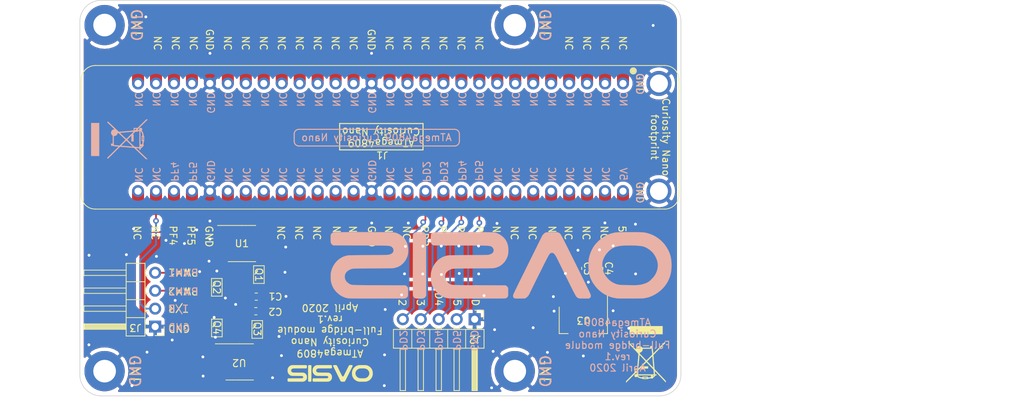
<source format=kicad_pcb>
(kicad_pcb (version 20171130) (host pcbnew "(5.1.5-0-10_14)")
  (layers (0 F.Cu signal) (31 B.Cu signal) (34 B.Paste user) (35 F.Paste user) (36 B.SilkS user) (37 F.SilkS user) (38 B.Mask user) (39 F.Mask user) (44 Edge.Cuts user))
  (net 0 "")
  (net 1 "Net-(C1-Pad2)")
  (net 2 +3V3)
  (net 3 "Net-(C2-Pad2)")
  (net 4 +5V)
  (net 5 "Net-(J1-Pad28)")
  (net 6 "Net-(J1-Pad27)")
  (net 7 "Net-(J1-Pad26)")
  (net 8 "Net-(J1-Pad25)")
  (net 9 Earth)
  (net 10 "Net-(J1-Pad23)")
  (net 11 "Net-(J1-Pad22)")
  (net 12 "Net-(J1-Pad21)")
  (net 13 "Net-(J1-Pad20)")
  (net 14 "Net-(J1-Pad19)")
  (net 15 "Net-(J1-Pad18)")
  (net 16 "Net-(J1-Pad17)")
  (net 17 "Net-(J1-Pad16)")
  (net 18 "Net-(J1-Pad14)")
  (net 19 "Net-(J1-Pad13)")
  (net 20 "Net-(J1-Pad12)")
  (net 21 "Net-(J1-Pad11)")
  (net 22 "Net-(J1-Pad10)")
  (net 23 "Net-(J1-Pad9)")
  (net 24 "Net-(J1-Pad8)")
  (net 25 "Net-(J1-Pad7)")
  (net 26 "Net-(J1-Pad6)")
  (net 27 "Net-(J1-Pad5)")
  (net 28 "Net-(J1-Pad4)")
  (net 29 "Net-(J1-Pad3)")
  (net 30 "Net-(J1-Pad2)")
  (net 31 "Net-(J1-Pad1)")
  (net 32 "Net-(J1-Pad30)")
  (net 33 "Net-(J1-Pad31)")
  (net 34 "Net-(J1-Pad32)")
  (net 35 "Net-(J1-Pad33)")
  (net 36 "Net-(J1-Pad34)")
  (net 37 "Net-(J1-Pad35)")
  (net 38 "Net-(J1-Pad36)")
  (net 39 PWM2_IN)
  (net 40 PWM1_IN)
  (net 41 "Net-(J1-Pad41)")
  (net 42 "Net-(J1-Pad42)")
  (net 43 "Net-(J1-Pad44)")
  (net 44 "Net-(J1-Pad45)")
  (net 45 "Net-(J1-Pad46)")
  (net 46 "Net-(J1-Pad47)")
  (net 47 "Net-(J1-Pad48)")
  (net 48 "Net-(J1-Pad49)")
  (net 49 "Net-(J1-Pad50)")
  (net 50 "Net-(J1-Pad51)")
  (net 51 "Net-(J1-Pad56)")
  (net 52 PWM1_OUT)
  (net 53 PWM2_OUT)
  (net 54 "Net-(Q2-Pad1)")
  (net 55 "Net-(Q4-Pad1)")
  (net 56 "Net-(U3-Pad2)")
  (net 57 T-R)
  (net 58 PD5)
  (net 59 PD4)
  (net 60 PD3)
  (net 61 PD2)
  (module Symbol:WEEE-Logo_5.6x8mm_SilkScreen (layer B.Cu) (at 67.6 74.68 90)
    (fp_text reference REF** hide)
    (fp_text value WEEE-Logo_5.6x8mm_SilkScreen hide)
  )
  (module Symbol:Oasis_big (layer B.Cu) (at 121.59 92.36 180)
    (fp_text reference G*** hide)
    (fp_text value LOGO hide)
  )
  (module Module:ATmega4809_Curisoity_Nano (layer F.Cu) (at 105.79 74.39 270)
    (fp_text reference J1 (at 2.53 1.03 180 unlocked) (layer F.SilkS))
    (fp_text value CuNanConn)
    (pad 57 thru_hole circle (at 7.62 -38.1 270) (size 3.54 3.54) (drill 2.54) (layers *.Cu *.Mask) (net 9 Earth))
    (pad 57 thru_hole circle (at -7.62 -38.1 270) (size 3.54 3.54) (drill 2.54) (layers *.Cu *.Mask) (net 9 Earth))
    (pad 28 smd roundrect (at -9.144 35.56 270) (size 3.7 1.7) (layers F.Cu F.Paste F.Mask) (net 5 "Net-(J1-Pad28)"))
    (pad 27 smd roundrect (at -9.144 33.02 270) (size 3.7 1.7) (layers F.Cu F.Paste F.Mask) (net 6 "Net-(J1-Pad27)"))
    (pad 26 smd roundrect (at -9.144 30.48 270) (size 3.7 1.7) (layers F.Cu F.Paste F.Mask) (net 7 "Net-(J1-Pad26)"))
    (pad 25 smd roundrect (at -9.144 27.94 270) (size 3.7 1.7) (layers F.Cu F.Paste F.Mask) (net 8 "Net-(J1-Pad25)"))
    (pad 24 smd roundrect (at -9.144 25.4 270) (size 3.7 1.7) (layers F.Cu F.Paste F.Mask) (net 9 Earth))
    (pad 23 smd roundrect (at -9.144 22.86 270) (size 3.7 1.7) (layers F.Cu F.Paste F.Mask) (net 10 "Net-(J1-Pad23)"))
    (pad 22 smd roundrect (at -9.144 20.32 270) (size 3.7 1.7) (layers F.Cu F.Paste F.Mask) (net 11 "Net-(J1-Pad22)"))
    (pad 21 smd roundrect (at -9.144 17.78 270) (size 3.7 1.7) (layers F.Cu F.Paste F.Mask) (net 12 "Net-(J1-Pad21)"))
    (pad 20 smd roundrect (at -9.144 15.24 270) (size 3.7 1.7) (layers F.Cu F.Paste F.Mask) (net 13 "Net-(J1-Pad20)"))
    (pad 19 smd roundrect (at -9.144 12.7 270) (size 3.7 1.7) (layers F.Cu F.Paste F.Mask) (net 14 "Net-(J1-Pad19)"))
    (pad 18 smd roundrect (at -9.144 10.16 270) (size 3.7 1.7) (layers F.Cu F.Paste F.Mask) (net 15 "Net-(J1-Pad18)"))
    (pad 17 smd roundrect (at -9.144 7.62 270) (size 3.7 1.7) (layers F.Cu F.Paste F.Mask) (net 16 "Net-(J1-Pad17)"))
    (pad 16 smd roundrect (at -9.144 5.08 270) (size 3.7 1.7) (layers F.Cu F.Paste F.Mask) (net 17 "Net-(J1-Pad16)"))
    (pad 15 smd roundrect (at -9.144 2.54 270) (size 3.7 1.7) (layers F.Cu F.Paste F.Mask) (net 9 Earth))
    (pad 14 smd roundrect (at -9.144 0 270) (size 3.7 1.7) (layers F.Cu F.Paste F.Mask) (net 18 "Net-(J1-Pad14)"))
    (pad 13 smd roundrect (at -9.144 -2.54 270) (size 3.7 1.7) (layers F.Cu F.Paste F.Mask) (net 19 "Net-(J1-Pad13)"))
    (pad 12 smd roundrect (at -9.144 -5.08 270) (size 3.7 1.7) (layers F.Cu F.Paste F.Mask) (net 20 "Net-(J1-Pad12)"))
    (pad 11 smd roundrect (at -9.144 -7.62 270) (size 3.7 1.7) (layers F.Cu F.Paste F.Mask) (net 21 "Net-(J1-Pad11)"))
    (pad 10 smd roundrect (at -9.144 -10.16 270) (size 3.7 1.7) (layers F.Cu F.Paste F.Mask) (net 22 "Net-(J1-Pad10)"))
    (pad 9 smd roundrect (at -9.144 -12.7 270) (size 3.7 1.7) (layers F.Cu F.Paste F.Mask) (net 23 "Net-(J1-Pad9)"))
    (pad 8 smd roundrect (at -9.144 -15.24 270) (size 3.7 1.7) (layers F.Cu F.Paste F.Mask) (net 24 "Net-(J1-Pad8)"))
    (pad 7 smd roundrect (at -9.144 -17.78 270) (size 3.7 1.7) (layers F.Cu F.Paste F.Mask) (net 25 "Net-(J1-Pad7)"))
    (pad 6 smd roundrect (at -9.144 -20.32 270) (size 3.7 1.7) (layers F.Cu F.Paste F.Mask) (net 26 "Net-(J1-Pad6)"))
    (pad 5 smd roundrect (at -9.144 -22.86 270) (size 3.7 1.7) (layers F.Cu F.Paste F.Mask) (net 27 "Net-(J1-Pad5)"))
    (pad 4 smd roundrect (at -9.144 -25.4 270) (size 3.7 1.7) (layers F.Cu F.Paste F.Mask) (net 28 "Net-(J1-Pad4)"))
    (pad 3 smd roundrect (at -9.144 -27.94 270) (size 3.7 1.7) (layers F.Cu F.Paste F.Mask) (net 29 "Net-(J1-Pad3)"))
    (pad 2 smd roundrect (at -9.144 -30.48 270) (size 3.7 1.7) (layers F.Cu F.Paste F.Mask) (net 30 "Net-(J1-Pad2)"))
    (pad 1 smd roundrect (at -9.144 -33.02 270) (size 3.7 1.7) (layers F.Cu F.Paste F.Mask) (net 31 "Net-(J1-Pad1)"))
    (pad 29 smd roundrect (at 9.144 -33.02 270) (size 3.7 1.7) (layers F.Cu F.Paste F.Mask) (net 4 +5V))
    (pad 30 smd roundrect (at 9.144 -30.48 270) (size 3.7 1.7) (layers F.Cu F.Paste F.Mask) (net 32 "Net-(J1-Pad30)"))
    (pad 31 smd roundrect (at 9.144 -27.94 270) (size 3.7 1.7) (layers F.Cu F.Paste F.Mask) (net 33 "Net-(J1-Pad31)"))
    (pad 32 smd roundrect (at 9.144 -25.4 270) (size 3.7 1.7) (layers F.Cu F.Paste F.Mask) (net 34 "Net-(J1-Pad32)"))
    (pad 33 smd roundrect (at 9.144 -22.86 270) (size 3.7 1.7) (layers F.Cu F.Paste F.Mask) (net 35 "Net-(J1-Pad33)"))
    (pad 34 smd roundrect (at 9.144 -20.32 270) (size 3.7 1.7) (layers F.Cu F.Paste F.Mask) (net 36 "Net-(J1-Pad34)"))
    (pad 35 smd roundrect (at 9.144 -17.78 270) (size 3.7 1.7) (layers F.Cu F.Paste F.Mask) (net 37 "Net-(J1-Pad35)"))
    (pad 36 smd roundrect (at 9.144 -15.24 270) (size 3.7 1.7) (layers F.Cu F.Paste F.Mask) (net 38 "Net-(J1-Pad36)"))
    (pad 37 smd roundrect (at 9.144 -12.7 270) (size 3.7 1.7) (layers F.Cu F.Paste F.Mask) (net 58 PD5))
    (pad 38 smd roundrect (at 9.144 -10.16 270) (size 3.7 1.7) (layers F.Cu F.Paste F.Mask) (net 59 PD4))
    (pad 39 smd roundrect (at 9.144 -7.62 270) (size 3.7 1.7) (layers F.Cu F.Paste F.Mask) (net 60 PD3))
    (pad 40 smd roundrect (at 9.144 -5.08 270) (size 3.7 1.7) (layers F.Cu F.Paste F.Mask) (net 61 PD2))
    (pad 41 smd roundrect (at 9.144 -2.54 270) (size 3.7 1.7) (layers F.Cu F.Paste F.Mask) (net 41 "Net-(J1-Pad41)"))
    (pad 42 smd roundrect (at 9.144 0 270) (size 3.7 1.7) (layers F.Cu F.Paste F.Mask) (net 42 "Net-(J1-Pad42)"))
    (pad 43 smd roundrect (at 9.144 2.54 270) (size 3.7 1.7) (layers F.Cu F.Paste F.Mask) (net 9 Earth))
    (pad 44 smd roundrect (at 9.144 5.08 270) (size 3.7 1.7) (layers F.Cu F.Paste F.Mask) (net 43 "Net-(J1-Pad44)"))
    (pad 45 smd roundrect (at 9.144 7.62 270) (size 3.7 1.7) (layers F.Cu F.Paste F.Mask) (net 44 "Net-(J1-Pad45)"))
    (pad 46 smd roundrect (at 9.144 10.16 270) (size 3.7 1.7) (layers F.Cu F.Paste F.Mask) (net 45 "Net-(J1-Pad46)"))
    (pad 47 smd roundrect (at 9.144 12.7 270) (size 3.7 1.7) (layers F.Cu F.Paste F.Mask) (net 46 "Net-(J1-Pad47)"))
    (pad 48 smd roundrect (at 9.144 15.24 270) (size 3.7 1.7) (layers F.Cu F.Paste F.Mask) (net 47 "Net-(J1-Pad48)"))
    (pad 49 smd roundrect (at 9.144 17.78 270) (size 3.7 1.7) (layers F.Cu F.Paste F.Mask) (net 48 "Net-(J1-Pad49)"))
    (pad 50 smd roundrect (at 9.144 20.32 270) (size 3.7 1.7) (layers F.Cu F.Paste F.Mask) (net 49 "Net-(J1-Pad50)"))
    (pad 51 smd roundrect (at 9.144 22.86 270) (size 3.7 1.7) (layers F.Cu F.Paste F.Mask) (net 50 "Net-(J1-Pad51)"))
    (pad 52 smd roundrect (at 9.144 25.4 270) (size 3.7 1.7) (layers F.Cu F.Paste F.Mask) (net 9 Earth))
    (pad 53 smd roundrect (at 9.144 27.94 270) (size 3.7 1.7) (layers F.Cu F.Paste F.Mask) (net 40 PWM1_IN))
    (pad 54 smd roundrect (at 9.144 30.48 270) (size 3.7 1.7) (layers F.Cu F.Paste F.Mask) (net 39 PWM2_IN))
    (pad 55 smd roundrect (at 9.144 33.02 270) (size 3.7 1.7) (layers F.Cu F.Paste F.Mask) (net 57 T-R))
    (pad 56 smd roundrect (at 9.144 35.56 270) (size 3.7 1.7) (layers F.Cu F.Paste F.Mask) (net 51 "Net-(J1-Pad56)"))
    (pad 56 thru_hole circle (at 7.62 35.56 270) (size 1.7 1.7) (drill 1) (layers *.Cu *.Mask) (net 51 "Net-(J1-Pad56)"))
    (pad 55 thru_hole circle (at 7.62 33.02 270) (size 1.7 1.7) (drill 1) (layers *.Cu *.Mask) (net 57 T-R))
    (pad 54 thru_hole circle (at 7.62 30.48 270) (size 1.7 1.7) (drill 1) (layers *.Cu *.Mask) (net 39 PWM2_IN))
    (pad 53 thru_hole circle (at 7.62 27.94 270) (size 1.7 1.7) (drill 1) (layers *.Cu *.Mask) (net 40 PWM1_IN))
    (pad 52 thru_hole circle (at 7.62 25.4 270) (size 1.7 1.7) (drill 1) (layers *.Cu *.Mask) (net 9 Earth))
    (pad 51 thru_hole circle (at 7.62 22.86 270) (size 1.7 1.7) (drill 1) (layers *.Cu *.Mask) (net 50 "Net-(J1-Pad51)"))
    (pad 50 thru_hole circle (at 7.62 20.32 270) (size 1.7 1.7) (drill 1) (layers *.Cu *.Mask) (net 49 "Net-(J1-Pad50)"))
    (pad 49 thru_hole circle (at 7.62 17.78 270) (size 1.7 1.7) (drill 1) (layers *.Cu *.Mask) (net 48 "Net-(J1-Pad49)"))
    (pad 48 thru_hole circle (at 7.62 15.24 270) (size 1.7 1.7) (drill 1) (layers *.Cu *.Mask) (net 47 "Net-(J1-Pad48)"))
    (pad 47 thru_hole circle (at 7.62 12.7 270) (size 1.7 1.7) (drill 1) (layers *.Cu *.Mask) (net 46 "Net-(J1-Pad47)"))
    (pad 46 thru_hole circle (at 7.62 10.16 270) (size 1.7 1.7) (drill 1) (layers *.Cu *.Mask) (net 45 "Net-(J1-Pad46)"))
    (pad 45 thru_hole circle (at 7.62 7.62 270) (size 1.7 1.7) (drill 1) (layers *.Cu *.Mask) (net 44 "Net-(J1-Pad45)"))
    (pad 44 thru_hole circle (at 7.62 5.08 270) (size 1.7 1.7) (drill 1) (layers *.Cu *.Mask) (net 43 "Net-(J1-Pad44)"))
    (pad 43 thru_hole circle (at 7.62 2.54 270) (size 1.7 1.7) (drill 1) (layers *.Cu *.Mask) (net 9 Earth))
    (pad 42 thru_hole circle (at 7.62 0 270) (size 1.7 1.7) (drill 1) (layers *.Cu *.Mask) (net 42 "Net-(J1-Pad42)"))
    (pad 41 thru_hole circle (at 7.62 -2.54 270) (size 1.7 1.7) (drill 1) (layers *.Cu *.Mask) (net 41 "Net-(J1-Pad41)"))
    (pad 40 thru_hole circle (at 7.62 -5.08 270) (size 1.7 1.7) (drill 1) (layers *.Cu *.Mask) (net 61 PD2))
    (pad 39 thru_hole circle (at 7.62 -7.62 270) (size 1.7 1.7) (drill 1) (layers *.Cu *.Mask) (net 60 PD3))
    (pad 38 thru_hole circle (at 7.62 -10.16 270) (size 1.7 1.7) (drill 1) (layers *.Cu *.Mask) (net 59 PD4))
    (pad 37 thru_hole circle (at 7.62 -12.7 270) (size 1.7 1.7) (drill 1) (layers *.Cu *.Mask) (net 58 PD5))
    (pad 36 thru_hole circle (at 7.62 -15.24 270) (size 1.7 1.7) (drill 1) (layers *.Cu *.Mask) (net 38 "Net-(J1-Pad36)"))
    (pad 35 thru_hole circle (at 7.62 -17.78 270) (size 1.7 1.7) (drill 1) (layers *.Cu *.Mask) (net 37 "Net-(J1-Pad35)"))
    (pad 34 thru_hole circle (at 7.62 -20.32 270) (size 1.7 1.7) (drill 1) (layers *.Cu *.Mask) (net 36 "Net-(J1-Pad34)"))
    (pad 33 thru_hole circle (at 7.62 -22.86 270) (size 1.7 1.7) (drill 1) (layers *.Cu *.Mask) (net 35 "Net-(J1-Pad33)"))
    (pad 32 thru_hole circle (at 7.62 -25.4 270) (size 1.7 1.7) (drill 1) (layers *.Cu *.Mask) (net 34 "Net-(J1-Pad32)"))
    (pad 31 thru_hole circle (at 7.62 -27.94 270) (size 1.7 1.7) (drill 1) (layers *.Cu *.Mask) (net 33 "Net-(J1-Pad31)"))
    (pad 30 thru_hole circle (at 7.62 -30.48 270) (size 1.7 1.7) (drill 1) (layers *.Cu *.Mask) (net 32 "Net-(J1-Pad30)"))
    (pad 29 thru_hole circle (at 7.62 -33.02 270) (size 1.7 1.7) (drill 1) (layers *.Cu *.Mask) (net 4 +5V))
    (pad 28 thru_hole circle (at -7.62 35.56 270) (size 1.7 1.7) (drill 1) (layers *.Cu *.Mask) (net 5 "Net-(J1-Pad28)"))
    (pad 27 thru_hole circle (at -7.62 33.02 270) (size 1.7 1.7) (drill 1) (layers *.Cu *.Mask) (net 6 "Net-(J1-Pad27)"))
    (pad 26 thru_hole circle (at -7.62 30.48 270) (size 1.7 1.7) (drill 1) (layers *.Cu *.Mask) (net 7 "Net-(J1-Pad26)"))
    (pad 25 thru_hole circle (at -7.62 27.94 270) (size 1.7 1.7) (drill 1) (layers *.Cu *.Mask) (net 8 "Net-(J1-Pad25)"))
    (pad 24 thru_hole circle (at -7.62 25.4 270) (size 1.7 1.7) (drill 1) (layers *.Cu *.Mask) (net 9 Earth))
    (pad 023 thru_hole circle (at -7.62 22.86 270) (size 1.7 1.7) (drill 1) (layers *.Cu *.Mask))
    (pad 22 thru_hole circle (at -7.62 20.32 270) (size 1.7 1.7) (drill 1) (layers *.Cu *.Mask) (net 11 "Net-(J1-Pad22)"))
    (pad 21 thru_hole circle (at -7.62 17.78 270) (size 1.7 1.7) (drill 1) (layers *.Cu *.Mask) (net 12 "Net-(J1-Pad21)"))
    (pad 20 thru_hole circle (at -7.62 15.24 270) (size 1.7 1.7) (drill 1) (layers *.Cu *.Mask) (net 13 "Net-(J1-Pad20)"))
    (pad 19 thru_hole circle (at -7.62 12.7 270) (size 1.7 1.7) (drill 1) (layers *.Cu *.Mask) (net 14 "Net-(J1-Pad19)"))
    (pad 18 thru_hole circle (at -7.62 10.16 270) (size 1.7 1.7) (drill 1) (layers *.Cu *.Mask) (net 15 "Net-(J1-Pad18)"))
    (pad 17 thru_hole circle (at -7.62 7.62 270) (size 1.7 1.7) (drill 1) (layers *.Cu *.Mask) (net 16 "Net-(J1-Pad17)"))
    (pad 16 thru_hole circle (at -7.62 5.08 270) (size 1.7 1.7) (drill 1) (layers *.Cu *.Mask) (net 17 "Net-(J1-Pad16)"))
    (pad 15 thru_hole circle (at -7.62 2.54 270) (size 1.7 1.7) (drill 1) (layers *.Cu *.Mask) (net 9 Earth))
    (pad 14 thru_hole circle (at -7.62 0 270) (size 1.7 1.7) (drill 1) (layers *.Cu *.Mask) (net 18 "Net-(J1-Pad14)"))
    (pad 13 thru_hole circle (at -7.62 -2.54 270) (size 1.7 1.7) (drill 1) (layers *.Cu *.Mask) (net 19 "Net-(J1-Pad13)"))
    (pad 12 thru_hole circle (at -7.62 -5.08 270) (size 1.7 1.7) (drill 1) (layers *.Cu *.Mask) (net 20 "Net-(J1-Pad12)"))
    (pad 11 thru_hole circle (at -7.62 -7.62 270) (size 1.7 1.7) (drill 1) (layers *.Cu *.Mask) (net 21 "Net-(J1-Pad11)"))
    (pad 10 thru_hole circle (at -7.62 -10.16 270) (size 1.7 1.7) (drill 1) (layers *.Cu *.Mask) (net 22 "Net-(J1-Pad10)"))
    (pad 9 thru_hole circle (at -7.62 -12.7 270) (size 1.7 1.7) (drill 1) (layers *.Cu *.Mask) (net 23 "Net-(J1-Pad9)"))
    (pad 8 thru_hole circle (at -7.62 -15.24 270) (size 1.7 1.7) (drill 1) (layers *.Cu *.Mask) (net 24 "Net-(J1-Pad8)"))
    (pad 7 thru_hole circle (at -7.62 -17.78 270) (size 1.7 1.7) (drill 1) (layers *.Cu *.Mask) (net 25 "Net-(J1-Pad7)"))
    (pad 6 thru_hole circle (at -7.62 -20.32 270) (size 1.7 1.7) (drill 1) (layers *.Cu *.Mask) (net 26 "Net-(J1-Pad6)"))
    (pad 5 thru_hole circle (at -7.62 -22.86 270) (size 1.7 1.7) (drill 1) (layers *.Cu *.Mask) (net 27 "Net-(J1-Pad5)"))
    (pad 4 thru_hole circle (at -7.62 -25.4 270) (size 1.7 1.7) (drill 1) (layers *.Cu *.Mask) (net 28 "Net-(J1-Pad4)"))
    (pad 3 thru_hole circle (at -7.62 -27.94 270) (size 1.7 1.7) (drill 1) (layers *.Cu *.Mask) (net 29 "Net-(J1-Pad3)"))
    (pad 2 thru_hole circle (at -7.62 -30.48 270) (size 1.7 1.7) (drill 1) (layers *.Cu *.Mask) (net 30 "Net-(J1-Pad2)"))
    (pad 1 thru_hole circle (at -7.62 -33.02 270) (size 1.7 1.7) (drill 1) (layers *.Cu *.Mask) (net 31 "Net-(J1-Pad1)"))
  )
  (module Package_SO:SOIC-8_3.9x4.9mm_P1.27mm (layer F.Cu) (at 84.92 89.4329)
    (fp_text reference U1 (at 0 0 180) (layer F.SilkS))
    (fp_text value LTC1693-2)
    (pad 8 smd roundrect (at 2.475 -1.905) (size 1.95 0.6) (layers F.Cu F.Paste F.Mask) (net 4 +5V))
    (pad 7 smd roundrect (at 2.475 -0.635) (size 1.95 0.6) (layers F.Cu F.Paste F.Mask) (net 1 "Net-(C1-Pad2)"))
    (pad 6 smd roundrect (at 2.475 0.635) (size 1.95 0.6) (layers F.Cu F.Paste F.Mask) (net 4 +5V))
    (pad 5 smd roundrect (at 2.475 1.905) (size 1.95 0.6) (layers F.Cu F.Paste F.Mask) (net 54 "Net-(Q2-Pad1)"))
    (pad 4 smd roundrect (at -2.475 1.905) (size 1.95 0.6) (layers F.Cu F.Paste F.Mask) (net 9 Earth))
    (pad 3 smd roundrect (at -2.475 0.635) (size 1.95 0.6) (layers F.Cu F.Paste F.Mask) (net 40 PWM1_IN))
    (pad 2 smd roundrect (at -2.475 -0.635) (size 1.95 0.6) (layers F.Cu F.Paste F.Mask) (net 9 Earth))
    (pad 1 smd roundrect (at -2.475 -1.905) (size 1.95 0.6) (layers F.Cu F.Paste F.Mask) (net 40 PWM1_IN))
  )
  (module Symbol:Oasis_medium (layer F.Cu) (at 97.402 107.854 180)
    (fp_text reference G*** hide)
    (fp_text value LOGO hide)
  )
  (module Symbol:Oasis_big (layer F.Cu) (at 191.516 105.664)
    (fp_text reference G*** hide)
    (fp_text value LOGO hide)
  )
  (module Symbol:WEEE-Logo_5.6x8mm_SilkScreen (layer F.Cu) (at 142.06 105.13 180)
    (fp_text reference REF** hide)
    (fp_text value WEEE-Logo_5.6x8mm_SilkScreen hide)
  )
  (module Package_TO_SOT_SMD:SOT-223-5 (layer F.Cu) (at 133.1976 100.214 270)
    (fp_text reference U3 (at 0.1016 -0.0508 180 unlocked) (layer F.SilkS))
    (fp_text value LP38693MP)
    (pad 1 smd rect (at -3.05 -2.25 270) (size 2.2 1) (layers F.Cu F.Paste F.Mask) (net 4 +5V))
    (pad 3 smd rect (at -3.05 0.75 270) (size 2.2 1) (layers F.Cu F.Paste F.Mask) (net 2 +3V3))
    (pad 5 smd rect (at 3.25 0 270) (size 1.8 3.4) (layers F.Cu F.Paste F.Mask) (net 9 Earth))
    (pad 2 smd rect (at -3.05 -0.75 270) (size 2.2 1) (layers F.Cu F.Paste F.Mask) (net 56 "Net-(U3-Pad2)"))
    (pad 4 smd rect (at -3.05 2.25 270) (size 2.2 1) (layers F.Cu F.Paste F.Mask) (net 4 +5V))
  )
  (module Package_SO:SOIC-8_3.9x4.9mm_P1.27mm (layer F.Cu) (at 84.6025 106.1904)
    (fp_text reference U2 (at -0.0635 0.127 180 unlocked) (layer F.SilkS))
    (fp_text value LTC1693-2)
    (pad 8 smd roundrect (at 2.475 -1.905) (size 1.95 0.6) (layers F.Cu F.Paste F.Mask) (net 4 +5V))
    (pad 7 smd roundrect (at 2.475 -0.635) (size 1.95 0.6) (layers F.Cu F.Paste F.Mask) (net 3 "Net-(C2-Pad2)"))
    (pad 6 smd roundrect (at 2.475 0.635) (size 1.95 0.6) (layers F.Cu F.Paste F.Mask) (net 4 +5V))
    (pad 5 smd roundrect (at 2.475 1.905) (size 1.95 0.6) (layers F.Cu F.Paste F.Mask) (net 55 "Net-(Q4-Pad1)"))
    (pad 4 smd roundrect (at -2.475 1.905) (size 1.95 0.6) (layers F.Cu F.Paste F.Mask) (net 9 Earth))
    (pad 3 smd roundrect (at -2.475 0.635) (size 1.95 0.6) (layers F.Cu F.Paste F.Mask) (net 39 PWM2_IN))
    (pad 2 smd roundrect (at -2.475 -0.635) (size 1.95 0.6) (layers F.Cu F.Paste F.Mask) (net 9 Earth))
    (pad 1 smd roundrect (at -2.475 -1.905) (size 1.95 0.6) (layers F.Cu F.Paste F.Mask) (net 39 PWM2_IN))
  )
  (module kicad-footprints-master:BSS123 (layer F.Cu) (at 81.45 101.4152 90)
    (fp_text reference Q4 (at 0.0946 -0.0811 270 unlocked) (layer F.SilkS))
    (fp_text value PMV164ENEA)
    (pad 3 smd rect (at 0.03 -1.32 90) (size 0.48 0.45) (layers F.Cu F.Paste F.Mask) (net 53 PWM2_OUT))
    (pad 2 smd rect (at 0.98 1.18 90) (size 0.48 0.45) (layers F.Cu F.Paste F.Mask) (net 9 Earth))
    (pad 1 smd rect (at -0.92 1.18 90) (size 0.48 0.45) (layers F.Cu F.Paste F.Mask) (net 55 "Net-(Q4-Pad1)"))
  )
  (module kicad-footprints-master:BSS123 (layer F.Cu) (at 87.0155 101.5676 270)
    (fp_text reference Q3 (at -0.0438 -0.0557 270 unlocked) (layer F.SilkS))
    (fp_text value PMV164ENEA)
    (pad 3 smd rect (at 0.03 -1.32 270) (size 0.48 0.45) (layers F.Cu F.Paste F.Mask) (net 2 +3V3))
    (pad 2 smd rect (at 0.98 1.18 270) (size 0.48 0.45) (layers F.Cu F.Paste F.Mask) (net 53 PWM2_OUT))
    (pad 1 smd rect (at -0.92 1.18 270) (size 0.48 0.45) (layers F.Cu F.Paste F.Mask) (net 3 "Net-(C2-Pad2)"))
  )
  (module kicad-footprints-master:BSS123 (layer F.Cu) (at 81.3 95.6 270)
    (fp_text reference Q2 (at 0 -0.05 270 unlocked) (layer F.SilkS))
    (fp_text value PMV164ENEA)
    (pad 3 smd rect (at 0.03 -1.32 270) (size 0.48 0.45) (layers F.Cu F.Paste F.Mask) (net 52 PWM1_OUT))
    (pad 2 smd rect (at 0.98 1.18 270) (size 0.48 0.45) (layers F.Cu F.Paste F.Mask) (net 9 Earth))
    (pad 1 smd rect (at -0.92 1.18 270) (size 0.48 0.45) (layers F.Cu F.Paste F.Mask) (net 54 "Net-(Q2-Pad1)"))
  )
  (module kicad-footprints-master:BSS123 (layer F.Cu) (at 87.25 93.8 270)
    (fp_text reference Q1 (at 0.0635 -0.0635 270 unlocked) (layer F.SilkS))
    (fp_text value PMV164ENEA)
    (pad 3 smd rect (at 0.03 -1.32 270) (size 0.48 0.45) (layers F.Cu F.Paste F.Mask) (net 2 +3V3))
    (pad 2 smd rect (at 0.98 1.18 270) (size 0.48 0.45) (layers F.Cu F.Paste F.Mask) (net 52 PWM1_OUT))
    (pad 1 smd rect (at -0.92 1.18 270) (size 0.48 0.45) (layers F.Cu F.Paste F.Mask) (net 1 "Net-(C1-Pad2)"))
  )
  (module Capacitor_SMD:C_0603_1608Metric_Pad1.05x0.95mm_HandSolder (layer F.Cu) (at 135.45 92.95 90)
    (fp_text reference C4 (at 0.0013 1.3335 270 unlocked) (layer F.SilkS))
    (fp_text value 1µF)
    (pad 2 smd roundrect (at 0.875 0 90) (size 1.05 0.95) (layers F.Cu F.Paste F.Mask) (net 9 Earth))
    (pad 1 smd roundrect (at -0.875 0 90) (size 1.05 0.95) (layers F.Cu F.Paste F.Mask) (net 4 +5V))
  )
  (module Capacitor_SMD:C_0603_1608Metric_Pad1.05x0.95mm_HandSolder (layer F.Cu) (at 132.45 92.95 270)
    (fp_text reference C3 (at 0.02 -1.36 270 unlocked) (layer F.SilkS))
    (fp_text value 1µF)
    (pad 2 smd roundrect (at 0.875 0 270) (size 1.05 0.95) (layers F.Cu F.Paste F.Mask) (net 2 +3V3))
    (pad 1 smd roundrect (at -0.875 0 270) (size 1.05 0.95) (layers F.Cu F.Paste F.Mask) (net 9 Earth))
  )
  (module Capacitor_SMD:C_0603_1608Metric_Pad1.05x0.95mm_HandSolder (layer F.Cu) (at 86.8885 99.0149 180)
    (fp_text reference C2 (at -2.7615 -0.0451 180 unlocked) (layer F.SilkS))
    (fp_text value 560pF)
    (pad 2 smd roundrect (at 0.875 0 180) (size 1.05 0.95) (layers F.Cu F.Paste F.Mask) (net 3 "Net-(C2-Pad2)"))
    (pad 1 smd roundrect (at -0.875 0 180) (size 1.05 0.95) (layers F.Cu F.Paste F.Mask) (net 2 +3V3))
  )
  (module Capacitor_SMD:C_0603_1608Metric_Pad1.05x0.95mm_HandSolder (layer F.Cu) (at 86.95 96.95 180)
    (fp_text reference C1 (at -2.7 0.05 180 unlocked) (layer F.SilkS))
    (fp_text value 560pF)
    (pad 2 smd roundrect (at 0.875 0 180) (size 1.05 0.95) (layers F.Cu F.Paste F.Mask) (net 1 "Net-(C1-Pad2)"))
    (pad 1 smd roundrect (at -0.875 0 180) (size 1.05 0.95) (layers F.Cu F.Paste F.Mask) (net 2 +3V3))
  )
  (module MountingHole:MountingHole_3.2mm_M3_ISO7380_Pad (layer B.Cu) (at 123.5 58.5 180)
    (fp_text reference GND (at -4.25 0 270 unlocked) (layer B.SilkS) (effects (font (size 1.5 1.5) (thickness 0.2)) (justify mirror)))
    (fp_text value MountingHole_3.2mm_M3_ISO7380_Pad)
    (pad 1 thru_hole circle (at 0 0 180) (size 5.7 5.7) (drill 3.2) (layers *.Cu *.Mask) (net 9 Earth))
  )
  (module MountingHole:MountingHole_3.2mm_M3_ISO7380_Pad (layer B.Cu) (at 123.5 107.5 180)
    (fp_text reference GND (at -4.25 0 270 unlocked) (layer B.SilkS) (effects (font (size 1.5 1.5) (thickness 0.2)) (justify mirror)))
    (fp_text value MountingHole_3.2mm_M3_ISO7380_Pad)
    (pad 1 thru_hole circle (at 0 0 180) (size 5.7 5.7) (drill 3.2) (layers *.Cu *.Mask) (net 9 Earth))
  )
  (module MountingHole:MountingHole_3.2mm_M3_ISO7380_Pad (layer B.Cu) (at 65.5 58.5 180)
    (fp_text reference GND (at -4.5 0 270 unlocked) (layer B.SilkS) (effects (font (size 1.5 1.5) (thickness 0.2)) (justify mirror)))
    (fp_text value MountingHole_3.2mm_M3_ISO7380_Pad)
    (pad 1 thru_hole circle (at 0 0 180) (size 5.7 5.7) (drill 3.2) (layers *.Cu *.Mask) (net 9 Earth))
  )
  (module MountingHole:MountingHole_3.2mm_M3_ISO7380_Pad (layer B.Cu) (at 65.5 107.5 180)
    (fp_text reference GND (at -4.25 0 270 unlocked) (layer B.SilkS) (effects (font (size 1.5 1.5) (thickness 0.2)) (justify mirror)))
    (fp_text value MountingHole_3.2mm_M3_ISO7380_Pad)
    (pad 1 thru_hole circle (at 0 0 180) (size 5.7 5.7) (drill 3.2) (layers *.Cu *.Mask) (net 9 Earth))
  )
  (module Connector_PinHeader_2.54mm:PinHeader_1x04_P2.54mm_Horizontal (layer F.Cu) (at 72.65 101.19 180)
    (fp_text reference J3 (at 2.78 -0.16 180 unlocked) (layer F.SilkS))
    (fp_text value Conn_01x04)
    (pad 1 thru_hole rect (at 0 0 180) (size 1.7 1.7) (drill 1) (layers *.Cu *.Mask) (net 9 Earth))
    (pad 2 thru_hole oval (at 0 2.54 180) (size 1.7 1.7) (drill 1) (layers *.Cu *.Mask) (net 57 T-R))
    (pad 3 thru_hole oval (at 0 5.08 180) (size 1.7 1.7) (drill 1) (layers *.Cu *.Mask) (net 53 PWM2_OUT))
    (pad 4 thru_hole oval (at 0 7.62 180) (size 1.7 1.7) (drill 1) (layers *.Cu *.Mask) (net 52 PWM1_OUT))
  )
  (module Connector_PinHeader_2.54mm:PinHeader_1x05_P2.54mm_Horizontal (layer F.Cu) (at 117.83 100.15 270)
    (fp_text reference J2 (at 2.88 -0.06 180 unlocked) (layer F.SilkS))
    (fp_text value Conn_01x05)
    (pad 1 thru_hole rect (at 0 0 270) (size 1.7 1.7) (drill 1) (layers *.Cu *.Mask) (net 9 Earth))
    (pad 2 thru_hole oval (at 0 2.54 270) (size 1.7 1.7) (drill 1) (layers *.Cu *.Mask) (net 58 PD5))
    (pad 3 thru_hole oval (at 0 5.08 270) (size 1.7 1.7) (drill 1) (layers *.Cu *.Mask) (net 59 PD4))
    (pad 4 thru_hole oval (at 0 7.62 270) (size 1.7 1.7) (drill 1) (layers *.Cu *.Mask) (net 60 PD3))
    (pad 5 thru_hole oval (at 0 10.16 270) (size 1.7 1.7) (drill 1) (layers *.Cu *.Mask) (net 61 PD2))
  )
  (gr_text GND (at 117.78 103.18 270) (layer B.SilkS) (effects (font (size 1 1)) (justify mirror)))
  (gr_text GND (at 117.93 96.754681 270) (layer F.SilkS) (effects (font (size 1 1))))
  (gr_text "ATmega4809\nCuriosity Nano\nFull-bridge module\nrev.1\nApril 2020" (at 138.04 103.82) (layer B.SilkS) (effects (font (size 1 1)) (justify mirror)))
  (gr_text GND (at 76.024762 101.31) (layer B.SilkS) (effects (font (size 1 1)) (justify mirror)))
  (gr_text T/R (at 75.905715 98.69) (layer B.SilkS) (effects (font (size 1 1)) (justify mirror)))
  (gr_text GND (at 76.044761 101.47 180) (layer F.SilkS) (effects (font (size 1 1))))
  (gr_text T/R (at 75.925714 98.62 180) (layer F.SilkS) (effects (font (size 1 1))))
  (gr_text GND (at 141.18 66.83 270) (layer B.SilkS) (effects (font (size 1 1)) (justify mirror)))
  (gr_text GND (at 141.18 82.21 270) (layer B.SilkS) (effects (font (size 1 1)) (justify mirror)))
  (gr_text GND (at 141.18 82.21 270) (layer F.SilkS) (effects (font (size 1 1))))
  (gr_text GND (at 141.18 66.83 270) (layer F.SilkS) (effects (font (size 1 1))))
  (gr_text "Curiosity Nano\nfootprint" (at 144.08 74.35 270) (layer F.SilkS) (effects (font (size 1 1))))
  (gr_line (start 92.31 73.94) (end 92.31 74.96) (layer B.SilkS) (width 0.15))
  (gr_line (start 115.67 73.95) (end 115.67 74.98) (layer B.SilkS) (width 0.15))
  (gr_line (start 92.99 73.26) (end 115.01 73.26) (layer B.SilkS) (width 0.15))
  (gr_arc (start 92.98 73.93) (end 92.98 73.26) (angle -90) (layer B.SilkS) (width 0.15))
  (gr_arc (start 115 73.93) (end 115.67 73.93) (angle -90) (layer B.SilkS) (width 0.15))
  (gr_arc (start 115 74.95) (end 115 75.62) (angle -90) (layer B.SilkS) (width 0.15))
  (gr_arc (start 92.98 74.95) (end 92.31 74.95) (angle -90) (layer B.SilkS) (width 0.15))
  (gr_line (start 92.99 75.62) (end 115.01 75.62) (layer B.SilkS) (width 0.15))
  (gr_line (start 98.74 72.74) (end 98.74 72.44) (layer F.SilkS) (width 0.15))
  (gr_line (start 98.74 72.44) (end 110.53 72.44) (layer F.SilkS) (width 0.15))
  (gr_line (start 110.53 76.17) (end 110.53 72.44) (layer F.SilkS) (width 0.15))
  (gr_line (start 110.13 76.17) (end 110.53 76.17) (layer F.SilkS) (width 0.15))
  (gr_line (start 98.74 76.17) (end 110.13 76.17) (layer F.SilkS) (width 0.15))
  (gr_line (start 98.74 72.75) (end 98.74 76.17) (layer F.SilkS) (width 0.15))
  (gr_text "ATmega4809 Curiosity Nano" (at 103.96 74.42) (layer B.SilkS) (effects (font (size 1 1)) (justify mirror)))
  (gr_text PWM2 (at 76.62 96.26) (layer B.SilkS) (effects (font (size 1 1)) (justify mirror)))
  (gr_text PWM1 (at 76.62 93.6) (layer B.SilkS) (effects (font (size 1 1)) (justify mirror)))
  (gr_text PD5 (at 115.28 103.16 270) (layer B.SilkS) (effects (font (size 1 1)) (justify mirror)))
  (gr_text PD4 (at 112.71 103.16 270) (layer B.SilkS) (effects (font (size 1 1)) (justify mirror)))
  (gr_text PD3 (at 110.18 103.16 270) (layer B.SilkS) (effects (font (size 1 1)) (justify mirror)))
  (gr_text PD2 (at 107.73 103.16 270) (layer B.SilkS) (effects (font (size 1 1)) (justify mirror)))
  (gr_text NC (at 98.25 79.65 270) (layer B.SilkS) (effects (font (size 1 1)) (justify mirror)))
  (gr_text NC (at 85.56 79.66 270) (layer B.SilkS) (effects (font (size 1 1)) (justify mirror)))
  (gr_text GND (at 80.5 79.15 270) (layer B.SilkS) (effects (font (size 1 1)) (justify mirror)))
  (gr_text NC (at 83.01 79.66 270) (layer B.SilkS) (effects (font (size 1 1)) (justify mirror)))
  (gr_text NC (at 88.15 79.65 270) (layer B.SilkS) (effects (font (size 1 1)) (justify mirror)))
  (gr_text NC (at 93.2 79.65 270) (layer B.SilkS) (effects (font (size 1 1)) (justify mirror)))
  (gr_text NC (at 95.75 79.65 270) (layer B.SilkS) (effects (font (size 1 1)) (justify mirror)))
  (gr_text NC (at 90.7 79.65 270) (layer B.SilkS) (effects (font (size 1 1)) (justify mirror)))
  (gr_text NC (at 133.8 79.6 270) (layer B.SilkS) (effects (font (size 1 1)) (justify mirror)))
  (gr_text NC (at 136.35 79.6 270) (layer B.SilkS) (effects (font (size 1 1)) (justify mirror)))
  (gr_text NC (at 131.3 79.6 270) (layer B.SilkS) (effects (font (size 1 1)) (justify mirror)))
  (gr_text PD3 (at 113.45 79.25 270) (layer B.SilkS) (effects (font (size 1 1)) (justify mirror)))
  (gr_text PD4 (at 116.05 79.1 270) (layer B.SilkS) (effects (font (size 1 1)) (justify mirror)))
  (gr_text PD2 (at 111 79.25 270) (layer B.SilkS) (effects (font (size 1 1)) (justify mirror)))
  (gr_text PD5 (at 118.4 79.1 270) (layer B.SilkS) (effects (font (size 1 1)) (justify mirror)))
  (gr_text NC (at 105.86 79.61 270) (layer B.SilkS) (effects (font (size 1 1)) (justify mirror)))
  (gr_text NC (at 100.81 79.66 270) (layer B.SilkS) (effects (font (size 1 1)) (justify mirror)))
  (gr_text GND (at 103.3 79.1 270) (layer B.SilkS) (effects (font (size 1 1)) (justify mirror)))
  (gr_text NC (at 108.45 79.6 270) (layer B.SilkS) (effects (font (size 1 1)) (justify mirror)))
  (gr_text 5V (at 138.85 79.6 270) (layer B.SilkS) (effects (font (size 1 1)) (justify mirror)))
  (gr_text PF4 (at 75.36 79.25 270) (layer B.SilkS) (effects (font (size 1 1)) (justify mirror)))
  (gr_text NC (at 70.31 79.66 270) (layer B.SilkS) (effects (font (size 1 1)) (justify mirror)))
  (gr_text NC (at 72.81 79.61 270) (layer B.SilkS) (effects (font (size 1 1)) (justify mirror)))
  (gr_text PF5 (at 77.95 79.25 270) (layer B.SilkS) (effects (font (size 1 1)) (justify mirror)))
  (gr_text NC (at 126.16 79.61 270) (layer B.SilkS) (effects (font (size 1 1)) (justify mirror)))
  (gr_text NC (at 121.11 79.66 270) (layer B.SilkS) (effects (font (size 1 1)) (justify mirror)))
  (gr_text NC (at 123.61 79.61 270) (layer B.SilkS) (effects (font (size 1 1)) (justify mirror)))
  (gr_text NC (at 128.75 79.6 270) (layer B.SilkS) (effects (font (size 1 1)) (justify mirror)))
  (gr_text NC (at 75.36 69.01 270) (layer B.SilkS) (effects (font (size 1 1)) (justify mirror)))
  (gr_text NC (at 70.31 69.06 270) (layer B.SilkS) (effects (font (size 1 1)) (justify mirror)))
  (gr_text NC (at 72.81 69.01 270) (layer B.SilkS) (effects (font (size 1 1)) (justify mirror)))
  (gr_text NC (at 77.95 69 270) (layer B.SilkS) (effects (font (size 1 1)) (justify mirror)))
  (gr_text NC (at 93.2 69.05 270) (layer B.SilkS) (effects (font (size 1 1)) (justify mirror)))
  (gr_text NC (at 95.75 69.05 270) (layer B.SilkS) (effects (font (size 1 1)) (justify mirror)))
  (gr_text NC (at 90.7 69.05 270) (layer B.SilkS) (effects (font (size 1 1)) (justify mirror)))
  (gr_text NC (at 98.25 69.05 270) (layer B.SilkS) (effects (font (size 1 1)) (justify mirror)))
  (gr_text NC (at 85.56 69.06 270) (layer B.SilkS) (effects (font (size 1 1)) (justify mirror)))
  (gr_text GND (at 80.5 69.5 270) (layer B.SilkS) (effects (font (size 1 1)) (justify mirror)))
  (gr_text NC (at 83.01 69.06 270) (layer B.SilkS) (effects (font (size 1 1)) (justify mirror)))
  (gr_text NC (at 88.15 69.05 270) (layer B.SilkS) (effects (font (size 1 1)) (justify mirror)))
  (gr_text NC (at 113.5 69 270) (layer B.SilkS) (effects (font (size 1 1)) (justify mirror)))
  (gr_text NC (at 116.05 69 270) (layer B.SilkS) (effects (font (size 1 1)) (justify mirror)))
  (gr_text NC (at 111 69 270) (layer B.SilkS) (effects (font (size 1 1)) (justify mirror)))
  (gr_text NC (at 118.55 69 270) (layer B.SilkS) (effects (font (size 1 1)) (justify mirror)))
  (gr_text NC (at 105.86 69.01 270) (layer B.SilkS) (effects (font (size 1 1)) (justify mirror)))
  (gr_text NC (at 100.81 69.06 270) (layer B.SilkS) (effects (font (size 1 1)) (justify mirror)))
  (gr_text GND (at 103.3 69.5 270) (layer B.SilkS) (effects (font (size 1 1)) (justify mirror)))
  (gr_text NC (at 108.45 69 270) (layer B.SilkS) (effects (font (size 1 1)) (justify mirror)))
  (gr_text NC (at 121.11 69.06 270) (layer B.SilkS) (effects (font (size 1 1)) (justify mirror)))
  (gr_text NC (at 123.61 69.01 270) (layer B.SilkS) (effects (font (size 1 1)) (justify mirror)))
  (gr_text NC (at 126.16 69.01 270) (layer B.SilkS) (effects (font (size 1 1)) (justify mirror)))
  (gr_text NC (at 131.3 69 270) (layer B.SilkS) (effects (font (size 1 1)) (justify mirror)))
  (gr_text NC (at 128.75 69 270) (layer B.SilkS) (effects (font (size 1 1)) (justify mirror)))
  (gr_text NC (at 133.8 69 270) (layer B.SilkS) (effects (font (size 1 1)) (justify mirror)))
  (gr_text NC (at 136.35 69 270) (layer B.SilkS) (effects (font (size 1 1)) (justify mirror)))
  (gr_text NC (at 138.85 69 270) (layer B.SilkS) (effects (font (size 1 1)) (justify mirror)))
  (gr_text GND (at 70 58.5 270) (layer F.SilkS) (effects (font (size 1.5 1.5) (thickness 0.2))))
  (gr_text GND (at 127.75 58.5 270) (layer F.SilkS) (effects (font (size 1.5 1.5) (thickness 0.2))))
  (gr_text GND (at 127.75 107.5 270) (layer F.SilkS) (effects (font (size 1.5 1.5) (thickness 0.2))))
  (gr_text GND (at 69.75 107.5 270) (layer F.SilkS) (effects (font (size 1.5 1.5) (thickness 0.2))))
  (gr_text "PD2\n" (at 107.5838 96.8023 270) (layer F.SilkS) (effects (font (size 1 1))))
  (gr_text "PD3\n" (at 110.1619 96.8023 270) (layer F.SilkS) (effects (font (size 1 1))))
  (gr_text PD4 (at 112.74 96.8023 270) (layer F.SilkS) (effects (font (size 1 1))))
  (gr_text "PD5\n" (at 115.3308 96.8023 270) (layer F.SilkS) (effects (font (size 1 1))))
  (gr_text NC (at 138.774 61.064 270) (layer F.SilkS) (effects (font (size 1 1))))
  (gr_text NC (at 136.234 61.064 270) (layer F.SilkS) (effects (font (size 1 1))))
  (gr_text NC (at 133.694 61.064 270) (layer F.SilkS) (effects (font (size 1 1))))
  (gr_text NC (at 131.154 61.064 270) (layer F.SilkS) (effects (font (size 1 1))))
  (gr_text NC (at 118.454 61.064 270) (layer F.SilkS) (effects (font (size 1 1))))
  (gr_text NC (at 115.914 61.064 270) (layer F.SilkS) (effects (font (size 1 1))))
  (gr_text NC (at 113.374 61.064 270) (layer F.SilkS) (effects (font (size 1 1))))
  (gr_text NC (at 110.834 61.064 270) (layer F.SilkS) (effects (font (size 1 1))))
  (gr_text NC (at 108.294 61.064 270) (layer F.SilkS) (effects (font (size 1 1))))
  (gr_text NC (at 105.754 61.064 270) (layer F.SilkS) (effects (font (size 1 1))))
  (gr_text NC (at 100.674 61.064 270) (layer F.SilkS) (effects (font (size 1 1))))
  (gr_text NC (at 98.134 61.064 270) (layer F.SilkS) (effects (font (size 1 1))))
  (gr_text NC (at 95.594 61.064 270) (layer F.SilkS) (effects (font (size 1 1))))
  (gr_text NC (at 93.054 61.064 270) (layer F.SilkS) (effects (font (size 1 1))))
  (gr_text NC (at 90.514 61.064 270) (layer F.SilkS) (effects (font (size 1 1))))
  (gr_text NC (at 87.974 61.064 270) (layer F.SilkS) (effects (font (size 1 1))))
  (gr_text NC (at 85.434 61.064 270) (layer F.SilkS) (effects (font (size 1 1))))
  (gr_text NC (at 82.894 61.064 270) (layer F.SilkS) (effects (font (size 1 1))))
  (gr_text NC (at 72.988 61.064 270) (layer F.SilkS) (effects (font (size 1 1))))
  (gr_text NC (at 75.528 61.064 270) (layer F.SilkS) (effects (font (size 1 1))))
  (gr_text NC (at 78.068 61.064 270) (layer F.SilkS) (effects (font (size 1 1))))
  (gr_text GND (at 103.214 60.564 270) (layer F.SilkS) (effects (font (size 1 1))))
  (gr_text GND (at 80.354 60.564 270) (layer F.SilkS) (effects (font (size 1 1))))
  (gr_text 5V (at 138.684 87.808 270) (layer F.SilkS) (effects (font (size 1 1))))
  (gr_text NC (at 136.144 87.927047 270) (layer F.SilkS) (effects (font (size 1 1))))
  (gr_text NC (at 133.604 87.927047 270) (layer F.SilkS) (effects (font (size 1 1))))
  (gr_text NC (at 131.064 87.927047 270) (layer F.SilkS) (effects (font (size 1 1))))
  (gr_text NC (at 128.778 87.927047 270) (layer F.SilkS) (effects (font (size 1 1))))
  (gr_text NC (at 125.984 87.927047 270) (layer F.SilkS) (effects (font (size 1 1))))
  (gr_text NC (at 123.444 87.927047 270) (layer F.SilkS) (effects (font (size 1 1))))
  (gr_text NC (at 120.904 87.927047 270) (layer F.SilkS) (effects (font (size 1 1))))
  (gr_text NC (at 108.204 87.927047 270) (layer F.SilkS) (effects (font (size 1 1))))
  (gr_text NC (at 105.664 87.927047 270) (layer F.SilkS) (effects (font (size 1 1))))
  (gr_text NC (at 100.584 87.927047 270) (layer F.SilkS) (effects (font (size 1 1))))
  (gr_text NC (at 98.298 87.927047 270) (layer F.SilkS) (effects (font (size 1 1))))
  (gr_text NC (at 95.504 87.927047 270) (layer F.SilkS) (effects (font (size 1 1))))
  (gr_text NC (at 92.964 87.927047 270) (layer F.SilkS) (effects (font (size 1 1))))
  (gr_text NC (at 90.424 87.927047 270) (layer F.SilkS) (effects (font (size 1 1))))
  (gr_text NC (at 70.104 87.927047 270) (layer F.SilkS) (effects (font (size 1 1))))
  (gr_text NC (at 72.644 87.927047 270) (layer F.SilkS) (effects (font (size 1 1))))
  (gr_text PF4 (at 75.184 88.308 270) (layer F.SilkS) (effects (font (size 1 1))))
  (gr_text PF5 (at 77.724 88.308 270) (layer F.SilkS) (effects (font (size 1 1))))
  (gr_text GND (at 80.264 88.427047 270) (layer F.SilkS) (effects (font (size 1 1))))
  (gr_text GND (at 103.26 88.427047 270) (layer F.SilkS) (effects (font (size 1 1))))
  (gr_text PD2 (at 110.744 88.379428 270) (layer F.SilkS) (effects (font (size 1 1))))
  (gr_text PD3 (at 113.27 88.379428 270) (layer F.SilkS) (effects (font (size 1 1))))
  (gr_text PD4 (at 115.82 88.379428 270) (layer F.SilkS) (effects (font (size 1 1))))
  (gr_text PD5 (at 118.47 88.379428 270) (layer F.SilkS) (effects (font (size 1 1))))
  (gr_text "ATmega4809\nCuriosity Nano\nFull-bridge module\nrev.1\nApril 2020" (at 97.37 101.758 180) (layer F.SilkS) (effects (font (size 1 1))))
  (gr_text PWM2 (at 76.64 96.17 180) (layer F.SilkS) (effects (font (size 1 1))))
  (gr_text PWM1 (at 76.64 93.5 180) (layer F.SilkS) (effects (font (size 1 1))))
  (gr_text "ATmega4809\nCuriosity Nano" (at 104.6 74.36 180) (layer F.SilkS) (effects (font (size 1 1))))
  (gr_line (start 144 111) (end 65 111) (layer Edge.Cuts) (width 0.1))
  (gr_line (start 147 58) (end 147 108) (layer Edge.Cuts) (width 0.1))
  (gr_line (start 65 55) (end 144 55) (layer Edge.Cuts) (width 0.1))
  (gr_line (start 62 108) (end 62 58) (layer Edge.Cuts) (width 0.1))
  (gr_arc (start 144 58) (end 144 55) (angle 90) (layer Edge.Cuts) (width 0.1))
  (gr_arc (start 144 108) (end 147 108) (angle 90) (layer Edge.Cuts) (width 0.1))
  (gr_arc (start 65 108) (end 65 111) (angle 90) (layer Edge.Cuts) (width 0.1))
  (gr_arc (start 65 58) (end 62 58) (angle 90) (layer Edge.Cuts) (width 0.1))
  (segment (start 86.075 96.95) (end 85.55 96.95) (width 0.25) (layer F.Cu) (net 1))
  (segment (start 89.02 92.88) (end 89.8 92.1) (width 0.25) (layer F.Cu) (net 1))
  (segment (start 87.395 88.7979) (end 89.3479 88.7979) (width 0.25) (layer F.Cu) (net 1))
  (segment (start 89.8 89.25) (end 89.3479 88.7979) (width 0.25) (layer F.Cu) (net 1))
  (segment (start 89.8 92.1) (end 89.8 89.25) (width 0.25) (layer F.Cu) (net 1))
  (segment (start 86.07 92.88) (end 87.37 92.88) (width 0.25) (layer F.Cu) (net 1))
  (segment (start 87.37 92.88) (end 89.02 92.88) (width 0.25) (layer F.Cu) (net 1))
  (segment (start 87.37 95.13) (end 87.37 95.1) (width 0.25) (layer F.Cu) (net 1))
  (segment (start 86.8 95.7) (end 87.37 95.13) (width 0.25) (layer F.Cu) (net 1))
  (segment (start 84.8 95.7) (end 86.8 95.7) (width 0.25) (layer F.Cu) (net 1))
  (segment (start 84.5 96.6) (end 84.5 96) (width 0.25) (layer F.Cu) (net 1))
  (segment (start 87.37 95.1) (end 87.37 92.88) (width 0.25) (layer F.Cu) (net 1))
  (segment (start 84.85 96.95) (end 84.5 96.6) (width 0.25) (layer F.Cu) (net 1))
  (segment (start 84.5 96) (end 84.8 95.7) (width 0.25) (layer F.Cu) (net 1))
  (segment (start 86.075 96.95) (end 84.85 96.95) (width 0.25) (layer F.Cu) (net 1))
  (segment (start 87.7635 99.0149) (end 88.9951 99.0149) (width 0.25) (layer F.Cu) (net 2))
  (segment (start 88.9951 99.0149) (end 89.66 99.0149) (width 0.25) (layer F.Cu) (net 2))
  (segment (start 88.3355 101.5976) (end 89.2024 101.5976) (width 0.25) (layer F.Cu) (net 2))
  (segment (start 89.66 101.14) (end 89.66 99.0149) (width 0.25) (layer F.Cu) (net 2))
  (segment (start 89.2024 101.5976) (end 89.66 101.14) (width 0.25) (layer F.Cu) (net 2))
  (segment (start 89.66 96.63) (end 89.66 99.0149) (width 0.25) (layer F.Cu) (net 2))
  (segment (start 91.36 95.43) (end 91.32 95.39) (width 0.25) (layer F.Cu) (net 2))
  (segment (start 91.36 95.18) (end 119.04 95.18) (width 0.8) (layer F.Cu) (net 2))
  (segment (start 87.825 96.95) (end 89.66 96.95) (width 0.25) (layer F.Cu) (net 2))
  (segment (start 91.36 95.18) (end 89.66 95.18) (width 0.25) (layer F.Cu) (net 2))
  (segment (start 89.66 95.43) (end 89.66 94.01) (width 0.25) (layer F.Cu) (net 2))
  (segment (start 89.66 94.01) (end 89.5 93.85) (width 0.25) (layer F.Cu) (net 2))
  (segment (start 89.5 93.85) (end 88.55 93.85) (width 0.25) (layer F.Cu) (net 2))
  (segment (start 89.66 96.63) (end 89.66 95.43) (width 0.25) (layer F.Cu) (net 2))
  (segment (start 119.04 95.18) (end 123.01 95.18) (width 0.8) (layer F.Cu) (net 2))
  (segment (start 132.45 93.825) (end 132.45 97.15) (width 0.4) (layer F.Cu) (net 2))
  (segment (start 123.01 95.18) (end 129.85 95.18) (width 0.8) (layer F.Cu) (net 2))
  (segment (start 129.85 95.18) (end 132.45 95.18) (width 0.4) (layer F.Cu) (net 2))
  (segment (start 85.8355 100.6476) (end 86.6776 100.6476) (width 0.25) (layer F.Cu) (net 3))
  (segment (start 86.6776 100.6476) (end 86.91 100.88) (width 0.25) (layer F.Cu) (net 3))
  (segment (start 86.91 100.88) (end 86.91 102.69) (width 0.25) (layer F.Cu) (net 3))
  (segment (start 86.91 102.69) (end 87.25 103.03) (width 0.25) (layer F.Cu) (net 3))
  (segment (start 87.25 103.03) (end 88.5 103.03) (width 0.25) (layer F.Cu) (net 3))
  (segment (start 88.5 103.03) (end 89.24 103.77) (width 0.25) (layer F.Cu) (net 3))
  (segment (start 89.24 103.77) (end 89.24 105.13) (width 0.25) (layer F.Cu) (net 3))
  (segment (start 89.24 105.13) (end 88.79 105.58) (width 0.25) (layer F.Cu) (net 3))
  (segment (start 88.79 105.58) (end 87.03 105.58) (width 0.25) (layer F.Cu) (net 3))
  (segment (start 87.03 105.58) (end 87.02 105.58) (width 0.25) (layer F.Cu) (net 3))
  (segment (start 84.81 100.31) (end 84.81 99.37) (width 0.25) (layer F.Cu) (net 3))
  (segment (start 85.1651 99.0149) (end 86.0135 99.0149) (width 0.25) (layer F.Cu) (net 3))
  (segment (start 84.81 99.37) (end 85.1651 99.0149) (width 0.25) (layer F.Cu) (net 3))
  (segment (start 85.1476 100.6476) (end 84.81 100.31) (width 0.25) (layer F.Cu) (net 3))
  (segment (start 85.8355 100.6476) (end 85.1476 100.6476) (width 0.25) (layer F.Cu) (net 3))
  (segment (start 87.395 87.5279) (end 85.75 87.5279) (width 0.25) (layer F.Cu) (net 4))
  (segment (start 87.0775 106.8254) (end 85.6654 106.8254) (width 0.25) (layer F.Cu) (net 4))
  (segment (start 85.6654 106.8254) (end 85.32 106.48) (width 0.25) (layer F.Cu) (net 4))
  (segment (start 85.32 106.48) (end 85.32 104.61) (width 0.25) (layer F.Cu) (net 4))
  (segment (start 85.32 104.61) (end 85.64 104.29) (width 0.25) (layer F.Cu) (net 4))
  (segment (start 85.64 104.29) (end 87.07 104.29) (width 0.25) (layer F.Cu) (net 4))
  (segment (start 103.8601 88.3666) (end 120.1801 88.3666) (width 0.8) (layer F.Cu) (net 4))
  (segment (start 85.46 89.85) (end 85.46 87.8179) (width 0.25) (layer F.Cu) (net 4))
  (segment (start 85.6779 90.0679) (end 85.46 89.85) (width 0.25) (layer F.Cu) (net 4))
  (segment (start 85.46 87.8179) (end 85.75 87.5279) (width 0.25) (layer F.Cu) (net 4))
  (segment (start 87.395 90.0679) (end 85.6779 90.0679) (width 0.25) (layer F.Cu) (net 4))
  (segment (start 87.395 87.5279) (end 89.5 87.5279) (width 0.25) (layer F.Cu) (net 4))
  (segment (start 87.0775 106.8254) (end 89.95 106.8254) (width 0.25) (layer F.Cu) (net 4))
  (segment (start 89.4254 106.8254) (end 105.7346 106.8254) (width 0.8) (layer F.Cu) (net 4))
  (segment (start 105.7346 106.8254) (end 109.36 103.2) (width 0.8) (layer F.Cu) (net 4))
  (segment (start 138.81 87.19) (end 138.81 89.8876) (width 0.8) (layer F.Cu) (net 4))
  (segment (start 138.81 83.534) (end 138.81 87.19) (width 0.8) (layer F.Cu) (net 4))
  (segment (start 135.4476 97.164) (end 135.4476 99.5532) (width 0.4) (layer F.Cu) (net 4))
  (segment (start 109.36 103.2) (end 123.8506 103.2) (width 0.8) (layer F.Cu) (net 4))
  (segment (start 123.8506 103.2) (end 126.95 103.2) (width 0.8) (layer F.Cu) (net 4))
  (segment (start 135.4476 99.5532) (end 135.4476 100.5692) (width 0.4) (layer F.Cu) (net 4))
  (segment (start 120.1801 88.3666) (end 123.6334 88.3666) (width 0.8) (layer F.Cu) (net 4))
  (segment (start 103.8601 88.3666) (end 98.7466 88.3666) (width 0.8) (layer F.Cu) (net 4))
  (segment (start 123.6334 88.3666) (end 138.81 88.3666) (width 0.8) (layer F.Cu) (net 4))
  (segment (start 138.81 99.4547) (end 138.81 89.89) (width 0.8) (layer F.Cu) (net 4))
  (segment (start 137.9368 100.5692) (end 138.81 99.696) (width 0.8) (layer F.Cu) (net 4))
  (segment (start 138.81 99.696) (end 138.81 99.4547) (width 0.8) (layer F.Cu) (net 4))
  (segment (start 98.7466 88.3666) (end 91.2876 88.3666) (width 0.8) (layer F.Cu) (net 4))
  (segment (start 90.4489 87.5279) (end 89.5 87.5279) (width 0.8) (layer F.Cu) (net 4))
  (segment (start 91.2876 88.3666) (end 90.4489 87.5279) (width 0.8) (layer F.Cu) (net 4))
  (segment (start 130.9476 97.164) (end 130.9476 100.6115) (width 0.4) (layer F.Cu) (net 4))
  (segment (start 137.9368 100.5692) (end 130.9476 100.5692) (width 0.8) (layer F.Cu) (net 4))
  (segment (start 129.5808 100.5692) (end 126.95 103.2) (width 0.8) (layer F.Cu) (net 4))
  (segment (start 130.9476 100.5692) (end 129.5808 100.5692) (width 0.8) (layer F.Cu) (net 4))
  (segment (start 135.45 93.825) (end 135.45 97.15) (width 0.4) (layer F.Cu) (net 4))
  (segment (start 133.1976 103.464) (end 133.1976 105.3476) (width 1.75) (layer F.Cu) (net 9))
  (via (at 80.4037 88.7984) (size 0.8) (drill 0.4) (layers F.Cu B.Cu) (net 9))
  (via (at 80.391 86.2457) (size 0.8) (drill 0.4) (layers F.Cu B.Cu) (net 9))
  (segment (start 133.1976 105.3476) (end 133.1976 105.3476) (width 1.75) (layer F.Cu) (net 9))
  (via (at 133.1976 105.3476) (size 0.8) (drill 0.4) (layers F.Cu B.Cu) (net 9))
  (via (at 137.41 98.95) (size 0.8) (drill 0.4) (layers F.Cu B.Cu) (net 9))
  (via (at 137.41 89.76) (size 0.8) (drill 0.4) (layers F.Cu B.Cu) (net 9))
  (via (at 135.48 90.32) (size 0.8) (drill 0.4) (layers F.Cu B.Cu) (net 9))
  (via (at 132.44 90.38) (size 0.8) (drill 0.4) (layers F.Cu B.Cu) (net 9))
  (via (at 133.91 94.9) (size 0.8) (drill 0.4) (layers F.Cu B.Cu) (net 9))
  (via (at 130.67 93.67) (size 0.8) (drill 0.4) (layers F.Cu B.Cu) (net 9))
  (via (at 118.38 89.78) (size 0.8) (drill 0.4) (layers F.Cu B.Cu) (net 9))
  (via (at 115.59 89.78) (size 0.8) (drill 0.4) (layers F.Cu B.Cu) (net 9))
  (via (at 113.11 89.79) (size 0.8) (drill 0.4) (layers F.Cu B.Cu) (net 9))
  (via (at 110.51 89.81) (size 0.8) (drill 0.4) (layers F.Cu B.Cu) (net 9))
  (via (at 108.04 89.84) (size 0.8) (drill 0.4) (layers F.Cu B.Cu) (net 9))
  (via (at 108.45 86.53) (size 0.8) (drill 0.4) (layers F.Cu B.Cu) (net 9))
  (via (at 118.4 93.73) (size 0.8) (drill 0.4) (layers F.Cu B.Cu) (net 9))
  (via (at 115.65 93.67) (size 0.8) (drill 0.4) (layers F.Cu B.Cu) (net 9))
  (via (at 113.13 93.82) (size 0.8) (drill 0.4) (layers F.Cu B.Cu) (net 9))
  (via (at 110.49 93.74) (size 0.8) (drill 0.4) (layers F.Cu B.Cu) (net 9))
  (via (at 107.91 93.72) (size 0.8) (drill 0.4) (layers F.Cu B.Cu) (net 9))
  (via (at 91.01 93.5) (size 0.8) (drill 0.4) (layers F.Cu B.Cu) (net 9))
  (via (at 91.11 89.93) (size 0.8) (drill 0.4) (layers F.Cu B.Cu) (net 9))
  (via (at 91.15 96.91) (size 0.8) (drill 0.4) (layers F.Cu B.Cu) (net 9))
  (via (at 90.51 105.3) (size 0.8) (drill 0.4) (layers F.Cu B.Cu) (net 9))
  (via (at 90.16 102.59) (size 0.8) (drill 0.4) (layers F.Cu B.Cu) (net 9))
  (via (at 105.09 105.19) (size 0.8) (drill 0.4) (layers F.Cu B.Cu) (net 9))
  (via (at 105.18 98.77) (size 0.8) (drill 0.4) (layers F.Cu B.Cu) (net 9))
  (via (at 107.5 96.7) (size 0.8) (drill 0.4) (layers F.Cu B.Cu) (net 9))
  (via (at 78.94 93.41) (size 0.8) (drill 0.4) (layers F.Cu B.Cu) (net 9))
  (via (at 81.37 93.32) (size 0.8) (drill 0.4) (layers F.Cu B.Cu) (net 9))
  (via (at 84.03 98.05) (size 0.8) (drill 0.4) (layers F.Cu B.Cu) (net 9))
  (via (at 82.58 97.15) (size 0.8) (drill 0.4) (layers F.Cu B.Cu) (net 9))
  (via (at 80.99 99.88) (size 0.8) (drill 0.4) (layers F.Cu B.Cu) (net 9))
  (via (at 81.17 102.7) (size 0.8) (drill 0.4) (layers F.Cu B.Cu) (net 9))
  (via (at 80.27 91.93) (size 0.8) (drill 0.4) (layers F.Cu B.Cu) (net 9))
  (via (at 76.79 89.43) (size 0.8) (drill 0.4) (layers F.Cu B.Cu) (net 9))
  (via (at 78.53 87.5) (size 0.8) (drill 0.4) (layers F.Cu B.Cu) (net 9))
  (via (at 74.18 88.98) (size 0.8) (drill 0.4) (layers F.Cu B.Cu) (net 9))
  (via (at 79.43 108.2) (size 0.8) (drill 0.4) (layers F.Cu B.Cu) (net 9))
  (via (at 79.4 105.48) (size 0.8) (drill 0.4) (layers F.Cu B.Cu) (net 9))
  (via (at 103.27 86.53) (size 0.8) (drill 0.4) (layers F.Cu B.Cu) (net 9))
  (via (at 103.25 62.5) (size 0.8) (drill 0.4) (layers F.Cu B.Cu) (net 9))
  (via (at 80.4 62.5) (size 0.8) (drill 0.4) (layers F.Cu B.Cu) (net 9))
  (via (at 120.23 109.86) (size 0.8) (drill 0.4) (layers F.Cu B.Cu) (net 9))
  (via (at 105.05 109.55) (size 0.8) (drill 0.4) (layers F.Cu B.Cu) (net 9))
  (via (at 89.25 108.43) (size 0.8) (drill 0.4) (layers F.Cu B.Cu) (net 9))
  (via (at 128.12 104.84) (size 0.8) (drill 0.4) (layers F.Cu B.Cu) (net 9))
  (via (at 139.63 101.43) (size 0.8) (drill 0.4) (layers F.Cu B.Cu) (net 9))
  (via (at 140.57 86.69) (size 0.8) (drill 0.4) (layers F.Cu B.Cu) (net 9))
  (via (at 140.59 93.73) (size 0.8) (drill 0.4) (layers F.Cu B.Cu) (net 9))
  (via (at 69.6 87.35) (size 0.8) (drill 0.4) (layers F.Cu B.Cu) (net 9))
  (via (at 143.07 58.55) (size 0.8) (drill 0.4) (layers F.Cu B.Cu) (net 9))
  (via (at 71.33 57.34) (size 0.8) (drill 0.4) (layers F.Cu B.Cu) (net 9))
  (via (at 126.1 101.35) (size 0.8) (drill 0.4) (layers F.Cu B.Cu) (net 9))
  (via (at 129.06 99) (size 0.8) (drill 0.4) (layers F.Cu B.Cu) (net 9))
  (via (at 128.96 96.95) (size 0.8) (drill 0.4) (layers F.Cu B.Cu) (net 9))
  (via (at 119.16 96.81) (size 0.8) (drill 0.4) (layers F.Cu B.Cu) (net 9))
  (via (at 69.36 109.56) (size 0.8) (drill 0.4) (layers F.Cu B.Cu) (net 9))
  (via (at 71.5 104.81) (size 0.8) (drill 0.4) (layers F.Cu B.Cu) (net 9))
  (via (at 68.58 91.01) (size 0.8) (drill 0.4) (layers F.Cu B.Cu) (net 9))
  (via (at 63.3 91.09) (size 0.8) (drill 0.4) (layers F.Cu B.Cu) (net 9))
  (via (at 72.83 91.25) (size 0.8) (drill 0.4) (layers F.Cu B.Cu) (net 9))
  (via (at 75.48 97.48) (size 0.8) (drill 0.4) (layers F.Cu B.Cu) (net 9))
  (via (at 75.06 103.09) (size 0.8) (drill 0.4) (layers F.Cu B.Cu) (net 9))
  (via (at 120.44 104.7) (size 0.8) (drill 0.4) (layers F.Cu B.Cu) (net 9))
  (via (at 120.65 101.63) (size 0.8) (drill 0.4) (layers F.Cu B.Cu) (net 9))
  (via (at 63.28 103.77) (size 0.8) (drill 0.4) (layers F.Cu B.Cu) (net 9))
  (via (at 120.99 86.58) (size 0.8) (drill 0.4) (layers F.Cu B.Cu) (net 9))
  (via (at 136.25 86.51) (size 0.8) (drill 0.4) (layers F.Cu B.Cu) (net 9))
  (segment (start 82.1275 106.8254) (end 83.7046 106.8254) (width 0.25) (layer F.Cu) (net 39))
  (segment (start 83.7046 106.8254) (end 83.94 106.59) (width 0.25) (layer F.Cu) (net 39))
  (segment (start 83.94 106.59) (end 83.94 104.57) (width 0.25) (layer F.Cu) (net 39))
  (segment (start 83.94 104.57) (end 83.66 104.29) (width 0.25) (layer F.Cu) (net 39))
  (segment (start 83.66 104.29) (end 82.19 104.29) (width 0.25) (layer F.Cu) (net 39))
  (segment (start 82.19 104.29) (end 82.19 104.3) (width 0.25) (layer F.Cu) (net 39))
  (segment (start 82.18 104.32) (end 82.19 104.32) (width 0.25) (layer F.Cu) (net 39))
  (segment (start 75.31 86.92) (end 75.31 83.534) (width 0.25) (layer F.Cu) (net 39))
  (segment (start 74.43 87.8) (end 75.31 86.92) (width 0.25) (layer F.Cu) (net 39))
  (segment (start 71.5977 87.8) (end 74.43 87.8) (width 0.25) (layer F.Cu) (net 39))
  (segment (start 69.7992 89.5985) (end 71.5977 87.8) (width 0.25) (layer F.Cu) (net 39))
  (segment (start 69.7992 100.8888) (end 69.7992 89.5985) (width 0.25) (layer F.Cu) (net 39))
  (segment (start 73.1958 104.2854) (end 69.7992 100.8888) (width 0.25) (layer F.Cu) (net 39))
  (segment (start 82.1275 104.2854) (end 73.1958 104.2854) (width 0.25) (layer F.Cu) (net 39))
  (segment (start 83.78 87.5279) (end 82.445 87.5279) (width 0.25) (layer F.Cu) (net 40))
  (segment (start 84.2 87.9479) (end 83.78 87.5279) (width 0.25) (layer F.Cu) (net 40))
  (segment (start 84.2 89.76) (end 84.2 87.9479) (width 0.25) (layer F.Cu) (net 40))
  (segment (start 83.8921 90.0679) (end 84.2 89.76) (width 0.25) (layer F.Cu) (net 40))
  (segment (start 82.445 90.0679) (end 83.8921 90.0679) (width 0.25) (layer F.Cu) (net 40))
  (segment (start 77.85 86.2213) (end 77.85 83.534) (width 0.25) (layer F.Cu) (net 40))
  (segment (start 77.85 86.3102) (end 77.85 86.2213) (width 0.25) (layer F.Cu) (net 40))
  (segment (start 75.4634 88.6968) (end 77.85 86.3102) (width 0.25) (layer F.Cu) (net 40))
  (segment (start 75.4634 90.1446) (end 75.4634 88.6968) (width 0.25) (layer F.Cu) (net 40))
  (segment (start 77.3176 91.9988) (end 75.4634 90.1446) (width 0.25) (layer F.Cu) (net 40))
  (segment (start 82.445 90.0679) (end 80.3407 90.0679) (width 0.25) (layer F.Cu) (net 40))
  (segment (start 78.4098 91.9988) (end 77.3176 91.9988) (width 0.25) (layer F.Cu) (net 40))
  (segment (start 80.3407 90.0679) (end 78.4098 91.9988) (width 0.25) (layer F.Cu) (net 40))
  (via (at 113.12 86.52) (size 0.8) (drill 0.4) (layers F.Cu B.Cu) (net 60))
  (segment (start 113.12 87.085685) (end 111.87 88.335685) (width 0.25) (layer B.Cu) (net 60))
  (segment (start 113.12 86.52) (end 113.12 87.085685) (width 0.25) (layer B.Cu) (net 60))
  (segment (start 113.41 86.23) (end 113.12 86.52) (width 0.25) (layer F.Cu) (net 60))
  (segment (start 113.41 83.534) (end 113.41 86.23) (width 0.25) (layer F.Cu) (net 60))
  (via (at 110.55 86.41) (size 0.8) (drill 0.4) (layers F.Cu B.Cu) (net 61))
  (segment (start 110.81 86.43) (end 109.23 88.01) (width 0.25) (layer B.Cu) (net 61))
  (segment (start 110.87 86.09) (end 110.55 86.41) (width 0.25) (layer F.Cu) (net 61))
  (segment (start 110.87 83.534) (end 110.87 86.09) (width 0.25) (layer F.Cu) (net 61))
  (segment (start 84.725 94.8) (end 86.05 94.8) (width 0.25) (layer F.Cu) (net 52))
  (segment (start 83.895 95.63) (end 84.725 94.8) (width 0.25) (layer F.Cu) (net 52))
  (segment (start 77.29 95.63) (end 83.895 95.63) (width 0.25) (layer F.Cu) (net 52))
  (segment (start 75.23 93.57) (end 77.29 95.63) (width 0.25) (layer F.Cu) (net 52))
  (segment (start 72.65 93.57) (end 75.23 93.57) (width 0.25) (layer F.Cu) (net 52))
  (segment (start 85.3605 102.5476) (end 84.20645 101.39355) (width 0.25) (layer F.Cu) (net 53))
  (segment (start 85.8355 102.5476) (end 85.3605 102.5476) (width 0.25) (layer F.Cu) (net 53))
  (segment (start 81.1616 101.3852) (end 84.20645 101.39355) (width 0.25) (layer F.Cu) (net 53))
  (segment (start 79.4 101.3852) (end 80.93 101.3852) (width 0.25) (layer F.Cu) (net 53))
  (segment (start 81.1616 101.3852) (end 80.8648 101.3852) (width 0.25) (layer F.Cu) (net 53))
  (segment (start 79.4 101.3852) (end 78.5552 101.3852) (width 0.25) (layer F.Cu) (net 53))
  (segment (start 78.5552 101.3852) (end 76.87 99.7) (width 0.25) (layer F.Cu) (net 53))
  (segment (start 76.87 99.7) (end 76.87 96.98) (width 0.25) (layer F.Cu) (net 53))
  (segment (start 76.87 96.98) (end 76 96.11) (width 0.25) (layer F.Cu) (net 53))
  (segment (start 76 96.11) (end 72.64 96.11) (width 0.25) (layer F.Cu) (net 53))
  (segment (start 85.65 91.3379) (end 87.395 91.3379) (width 0.25) (layer F.Cu) (net 54))
  (segment (start 82.3079 94.68) (end 85.65 91.3379) (width 0.25) (layer F.Cu) (net 54))
  (segment (start 80.92 94.68) (end 82.3079 94.68) (width 0.25) (layer F.Cu) (net 54))
  (segment (start 80.595 94.68) (end 82.3079 94.68) (width 0.25) (layer F.Cu) (net 54))
  (segment (start 80.12 94.68) (end 80.595 94.68) (width 0.25) (layer F.Cu) (net 54))
  (segment (start 87.06 108.11) (end 87.06 108.12) (width 0.25) (layer F.Cu) (net 55))
  (segment (start 84.68 102.8786) (end 84.68 107.27) (width 0.25) (layer F.Cu) (net 55))
  (segment (start 85.52 108.11) (end 87.06 108.11) (width 0.25) (layer F.Cu) (net 55))
  (segment (start 84.68 107.27) (end 85.52 108.11) (width 0.25) (layer F.Cu) (net 55))
  (segment (start 84.1366 102.3352) (end 84.68 102.8786) (width 0.25) (layer F.Cu) (net 55))
  (segment (start 82.63 102.3352) (end 84.1366 102.3352) (width 0.25) (layer F.Cu) (net 55))
  (via (at 118.49 86.5) (size 0.8) (drill 0.4) (layers F.Cu B.Cu) (net 58))
  (segment (start 118.49 83.534) (end 118.49 86.5) (width 0.25) (layer F.Cu) (net 58))
  (segment (start 118.49 87.065685) (end 116.91 88.645685) (width 0.25) (layer B.Cu) (net 58))
  (segment (start 118.49 86.5) (end 118.49 87.065685) (width 0.25) (layer B.Cu) (net 58))
  (via (at 115.94 86.43) (size 0.8) (drill 0.4) (layers F.Cu B.Cu) (net 59))
  (segment (start 115.95 86.42) (end 115.94 86.43) (width 0.25) (layer F.Cu) (net 59))
  (segment (start 115.95 83.534) (end 115.95 86.42) (width 0.25) (layer F.Cu) (net 59))
  (segment (start 115.94 86.43) (end 114.36 88.01) (width 0.25) (layer B.Cu) (net 59))
  (segment (start 72.77 83.534) (end 72.77 86.22) (width 0.25) (layer F.Cu) (net 57))
  (via (at 72.77 86.22) (size 0.8) (drill 0.4) (layers F.Cu B.Cu) (net 57))
  (segment (start 72.77 86.22) (end 72.77 89.58) (width 0.25) (layer B.Cu) (net 57))
  (segment (start 72.77 89.58) (end 70.53 91.82) (width 0.25) (layer B.Cu) (net 57))
  (segment (start 70.53 91.82) (end 70.53 97.94) (width 0.25) (layer B.Cu) (net 57))
  (segment (start 71.24 98.65) (end 71.447919 98.65) (width 0.25) (layer B.Cu) (net 57))
  (segment (start 70.53 97.94) (end 71.24 98.65) (width 0.25) (layer B.Cu) (net 57))
  (segment (start 71.447919 98.65) (end 72.65 98.65) (width 0.25) (layer B.Cu) (net 57))
  (segment (start 116.91 88.645685) (end 116.91 98.52) (width 0.25) (layer B.Cu) (net 58))
  (segment (start 116.91 98.52) (end 115.27 100.16) (width 0.25) (layer B.Cu) (net 58))
  (segment (start 114.36 88.01) (end 114.36 98.55) (width 0.25) (layer B.Cu) (net 59))
  (segment (start 114.36 98.55) (end 112.74 100.17) (width 0.25) (layer B.Cu) (net 59))
  (segment (start 111.87 88.335685) (end 111.87 98.49) (width 0.25) (layer B.Cu) (net 60))
  (segment (start 111.87 98.49) (end 110.21 100.15) (width 0.25) (layer B.Cu) (net 60))
  (segment (start 109.23 98.59) (end 107.67 100.15) (width 0.25) (layer B.Cu) (net 61))
  (segment (start 109.23 88.01) (end 109.23 98.59) (width 0.25) (layer B.Cu) (net 61))
  (zone (net 9) (net_name Earth) (layer F.Cu) (connect_pads (clearance 0.508)) (min_thickness 0.254) (fill yes (arc_segments 32) (thermal_gap 0.508) (thermal_bridge_width 0.508))
    (polygon (pts (xy 147 111) (xy 62 111) (xy 62 55) (xy 147 55)))
  )
  (zone (net 9) (net_name Earth) (layer B.Cu) (connect_pads (clearance 0.508)) (min_thickness 0.254) (fill yes (arc_segments 32) (thermal_gap 0.508) (thermal_bridge_width 0.508))
    (polygon (pts (xy 147 111) (xy 62 111) (xy 62 55) (xy 147 55)))
  )
  (zone (net 0) (net_name "") (layer F.Cu) (connect_pads (clearance 0.508)) (min_thickness 0.254)
    (keepout (tracks allowed) (vias allowed) (copperpour not_allowed))
    (fill (arc_segments 32) (thermal_gap 0.508) (thermal_bridge_width 0.508))
    (polygon (pts (xy 85.64 108.87) (xy 83.04 108.87) (xy 83.04 107.64) (xy 84.13 107.36)))
  )
  (zone (net 0) (net_name "") (layer F.Cu) (connect_pads (clearance 0.508)) (min_thickness 0.254)
    (keepout (tracks allowed) (vias allowed) (copperpour not_allowed))
    (fill (arc_segments 32) (thermal_gap 0.508) (thermal_bridge_width 0.508))
    (polygon (pts (xy 83.13 108.85) (xy 81.09 108.85) (xy 80.9 108.38) (xy 83.29 108.38)))
  )
  (zone (net 0) (net_name "") (layer F.Cu) (connect_pads (clearance 0.508)) (min_thickness 0.254)
    (keepout (tracks not_allowed) (vias not_allowed) (copperpour not_allowed))
    (fill (arc_segments 32) (thermal_gap 0.508) (thermal_bridge_width 0.508))
    (polygon (pts (xy 135.33 104.29) (xy 134.9 104.29) (xy 134.9 102.55) (xy 135.33 102.55)))
  )
  (zone (net 0) (net_name "") (layer F.Cu) (connect_pads (clearance 0.508)) (min_thickness 0.254)
    (keepout (tracks allowed) (vias allowed) (copperpour not_allowed))
    (fill (arc_segments 32) (thermal_gap 0.508) (thermal_bridge_width 0.508))
    (polygon (pts (xy 131.5 104.37) (xy 131.08 104.37) (xy 131.08 102.49) (xy 131.5 102.49)))
  )
  (zone (net 0) (net_name "") (layer F.Cu) (connect_pads (clearance 0.508)) (min_thickness 0.254)
    (keepout (tracks allowed) (vias allowed) (copperpour not_allowed))
    (fill (arc_segments 32) (thermal_gap 0.508) (thermal_bridge_width 0.508))
    (polygon (pts (xy 136.42 97.73) (xy 135.93 97.73) (xy 135.93 96.69) (xy 136.42 96.69)))
  )
  (zone (net 0) (net_name "") (layer F.Cu) (connect_pads (clearance 0.508)) (min_thickness 0.254)
    (keepout (tracks allowed) (vias allowed) (copperpour not_allowed))
    (fill (arc_segments 32) (thermal_gap 0.508) (thermal_bridge_width 0.508))
    (polygon (pts (xy 85.344 90.678) (xy 84.074 91.948) (xy 83.312 91.948) (xy 83.312 90.932) (xy 83.566 90.932) (xy 84.582 89.916)))
  )
  (zone (net 0) (net_name "") (layer F.Cu) (connect_pads (clearance 0.508)) (min_thickness 0.254)
    (keepout (tracks allowed) (vias allowed) (copperpour not_allowed))
    (fill (arc_segments 32) (thermal_gap 0.508) (thermal_bridge_width 0.508))
    (polygon (pts (xy 83.058 92.202) (xy 81.788 92.202) (xy 81.788 91.694) (xy 83.058 91.694)))
  )
  (zone (net 0) (net_name "") (layer F.Cu) (connect_pads (clearance 0.508)) (min_thickness 0.254)
    (keepout (tracks allowed) (vias allowed) (copperpour not_allowed))
    (fill (arc_segments 32) (thermal_gap 0.508) (thermal_bridge_width 0.508))
    (polygon (pts (xy 83.2 100.2) (xy 82.15 100.2) (xy 82.15 99.7) (xy 83.2 99.7)))
  )
  (zone (net 0) (net_name "") (layer F.Cu) (connect_pads (clearance 0.508)) (min_thickness 0.254)
    (keepout (tracks allowed) (vias allowed) (copperpour not_allowed))
    (fill (arc_segments 32) (thermal_gap 0.508) (thermal_bridge_width 0.508))
    (polygon (pts (xy 80.6 97.3) (xy 79.6 97.3) (xy 79.6 96.85) (xy 80.6 96.85)))
  )
  (zone (net 0) (net_name "") (layer F.Cu) (connect_pads (clearance 0.508)) (min_thickness 0.254)
    (keepout (tracks allowed) (vias allowed) (copperpour not_allowed))
    (fill (arc_segments 32) (thermal_gap 0.508) (thermal_bridge_width 0.508))
    (polygon (pts (xy 136.45 92.63) (xy 135.95 92.63) (xy 135.95 91.53) (xy 136.45 91.53)))
  )
  (zone (net 0) (net_name "") (layer F.Cu) (connect_pads (clearance 0.508)) (min_thickness 0.254)
    (keepout (tracks allowed) (vias allowed) (copperpour not_allowed))
    (fill (arc_segments 32) (thermal_gap 0.508) (thermal_bridge_width 0.508))
    (polygon (pts (xy 134.95 92.64) (xy 134.45 92.64) (xy 134.45 91.54) (xy 134.95 91.54)))
  )
  (zone (net 0) (net_name "") (layer F.Cu) (connect_pads (clearance 0.508)) (min_thickness 0.254)
    (keepout (tracks allowed) (vias allowed) (copperpour not_allowed))
    (fill (arc_segments 32) (thermal_gap 0.508) (thermal_bridge_width 0.508))
    (polygon (pts (xy 133.45 92.69) (xy 132.95 92.69) (xy 132.95 91.59) (xy 133.45 91.59)))
  )
  (zone (net 0) (net_name "") (layer F.Cu) (connect_pads (clearance 0.508)) (min_thickness 0.254)
    (keepout (tracks allowed) (vias allowed) (copperpour not_allowed))
    (fill (arc_segments 32) (thermal_gap 0.508) (thermal_bridge_width 0.508))
    (polygon (pts (xy 131.95 92.69) (xy 131.45 92.69) (xy 131.45 91.59) (xy 131.95 91.59)))
  )
)
</source>
